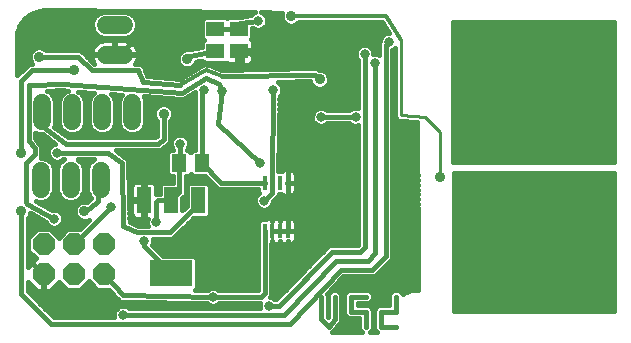
<source format=gbl>
G75*
%MOIN*%
%OFA0B0*%
%FSLAX24Y24*%
%IPPOS*%
%LPD*%
%AMOC8*
5,1,8,0,0,1.08239X$1,22.5*
%
%ADD10C,0.0100*%
%ADD11OC8,0.0740*%
%ADD12R,0.0480X0.0880*%
%ADD13R,0.1417X0.0866*%
%ADD14R,0.0591X0.0512*%
%ADD15R,0.0177X0.0512*%
%ADD16R,0.0512X0.0591*%
%ADD17C,0.3543*%
%ADD18C,0.0600*%
%ADD19C,0.0160*%
%ADD20C,0.0317*%
%ADD21C,0.0356*%
%ADD22C,0.0120*%
%ADD23C,0.0277*%
D10*
X009868Y003459D02*
X010218Y003109D01*
X010218Y002159D01*
X010318Y002059D01*
X010918Y002059D01*
X012518Y002780D02*
X012540Y003752D01*
X012518Y002780D02*
X012668Y002509D01*
X018568Y002523D02*
X023968Y002523D01*
X023968Y002425D02*
X018568Y002425D01*
X018568Y002326D02*
X023968Y002326D01*
X023968Y002228D02*
X018568Y002228D01*
X018568Y002129D02*
X023968Y002129D01*
X023968Y002031D02*
X018568Y002031D01*
X018568Y001932D02*
X023968Y001932D01*
X023968Y001834D02*
X018568Y001834D01*
X018568Y001735D02*
X023968Y001735D01*
X023968Y001637D02*
X018568Y001637D01*
X018568Y001538D02*
X023968Y001538D01*
X023968Y001440D02*
X018568Y001440D01*
X018568Y001341D02*
X023968Y001341D01*
X023968Y001243D02*
X018568Y001243D01*
X018568Y001144D02*
X023968Y001144D01*
X023968Y001059D02*
X018568Y001059D01*
X018568Y005709D01*
X023968Y005709D01*
X023968Y001059D01*
X023968Y002622D02*
X018568Y002622D01*
X018568Y002720D02*
X023968Y002720D01*
X023968Y002819D02*
X018568Y002819D01*
X018568Y002917D02*
X023968Y002917D01*
X023968Y003016D02*
X018568Y003016D01*
X018568Y003114D02*
X023968Y003114D01*
X023968Y003213D02*
X018568Y003213D01*
X018568Y003311D02*
X023968Y003311D01*
X023968Y003410D02*
X018568Y003410D01*
X018568Y003508D02*
X023968Y003508D01*
X023968Y003607D02*
X018568Y003607D01*
X018568Y003705D02*
X023968Y003705D01*
X023968Y003804D02*
X018568Y003804D01*
X018568Y003902D02*
X023968Y003902D01*
X023968Y004001D02*
X018568Y004001D01*
X018568Y004099D02*
X023968Y004099D01*
X023968Y004198D02*
X018568Y004198D01*
X018568Y004296D02*
X023968Y004296D01*
X023968Y004395D02*
X018568Y004395D01*
X018568Y004493D02*
X023968Y004493D01*
X023968Y004592D02*
X018568Y004592D01*
X018568Y004690D02*
X023968Y004690D01*
X023968Y004789D02*
X018568Y004789D01*
X018568Y004887D02*
X023968Y004887D01*
X023968Y004986D02*
X018568Y004986D01*
X018568Y005084D02*
X023968Y005084D01*
X023968Y005183D02*
X018568Y005183D01*
X018568Y005281D02*
X023968Y005281D01*
X023968Y005380D02*
X018568Y005380D01*
X018568Y005478D02*
X023968Y005478D01*
X023968Y005577D02*
X018568Y005577D01*
X018568Y005675D02*
X023968Y005675D01*
X023968Y006009D02*
X018518Y006009D01*
X018518Y010759D01*
X023968Y010759D01*
X023968Y006009D01*
X023968Y006069D02*
X018518Y006069D01*
X018518Y006168D02*
X023968Y006168D01*
X023968Y006266D02*
X018518Y006266D01*
X018518Y006365D02*
X023968Y006365D01*
X023968Y006463D02*
X018518Y006463D01*
X018518Y006562D02*
X023968Y006562D01*
X023968Y006660D02*
X018518Y006660D01*
X018518Y006759D02*
X023968Y006759D01*
X023968Y006857D02*
X018518Y006857D01*
X018518Y006956D02*
X023968Y006956D01*
X023968Y007054D02*
X018518Y007054D01*
X018518Y007153D02*
X023968Y007153D01*
X023968Y007251D02*
X018518Y007251D01*
X018518Y007350D02*
X023968Y007350D01*
X023968Y007448D02*
X018518Y007448D01*
X018518Y007547D02*
X023968Y007547D01*
X023968Y007645D02*
X018518Y007645D01*
X018518Y007744D02*
X023968Y007744D01*
X023968Y007842D02*
X018518Y007842D01*
X018518Y007941D02*
X023968Y007941D01*
X023968Y008039D02*
X018518Y008039D01*
X018518Y008138D02*
X023968Y008138D01*
X023968Y008236D02*
X018518Y008236D01*
X018518Y008335D02*
X023968Y008335D01*
X023968Y008433D02*
X018518Y008433D01*
X018518Y008532D02*
X023968Y008532D01*
X023968Y008630D02*
X018518Y008630D01*
X018518Y008729D02*
X023968Y008729D01*
X023968Y008827D02*
X018518Y008827D01*
X018518Y008926D02*
X023968Y008926D01*
X023968Y009024D02*
X018518Y009024D01*
X018518Y009123D02*
X023968Y009123D01*
X023968Y009221D02*
X018518Y009221D01*
X018518Y009320D02*
X023968Y009320D01*
X023968Y009418D02*
X018518Y009418D01*
X018518Y009517D02*
X023968Y009517D01*
X023968Y009615D02*
X018518Y009615D01*
X018518Y009714D02*
X023968Y009714D01*
X023968Y009812D02*
X018518Y009812D01*
X018518Y009911D02*
X023968Y009911D01*
X023968Y010009D02*
X018518Y010009D01*
X018518Y010108D02*
X023968Y010108D01*
X023968Y010206D02*
X018518Y010206D01*
X018518Y010305D02*
X023968Y010305D01*
X023968Y010403D02*
X018518Y010403D01*
X018518Y010502D02*
X023968Y010502D01*
X023968Y010600D02*
X018518Y010600D01*
X018518Y010699D02*
X023968Y010699D01*
X018118Y007059D02*
X017618Y007559D01*
X016818Y007609D01*
X016818Y010109D01*
X018118Y007059D02*
X018118Y005559D01*
D11*
X006918Y003309D03*
X005918Y003309D03*
X004918Y003309D03*
X004918Y002309D03*
X005918Y002309D03*
X006918Y002309D03*
D12*
X008258Y004779D03*
X009168Y004779D03*
X010078Y004779D03*
D13*
X009168Y002339D03*
D14*
X010637Y009735D03*
X011429Y009735D03*
X011429Y010483D03*
X010637Y010483D03*
D15*
X012284Y005366D03*
X012540Y005366D03*
X012796Y005366D03*
X013052Y005366D03*
X013052Y003752D03*
X012796Y003752D03*
X012540Y003752D03*
X012284Y003752D03*
D16*
X010192Y006009D03*
X009444Y006009D03*
D17*
X021466Y008819D03*
X021466Y002913D03*
D18*
X007868Y007409D02*
X007868Y008009D01*
X006868Y008009D02*
X006868Y007409D01*
X005868Y007409D02*
X005868Y008009D01*
X004868Y008009D02*
X004868Y007409D01*
X004818Y005759D02*
X004818Y005159D01*
X005818Y005159D02*
X005818Y005759D01*
X006818Y005759D02*
X006818Y005159D01*
X006989Y009625D02*
X007589Y009625D01*
X007589Y010625D02*
X006989Y010625D01*
D19*
X004168Y004409D02*
X004168Y001659D01*
X005168Y000659D01*
X013118Y000659D01*
X014818Y002459D01*
X015868Y002459D01*
X016318Y002909D01*
X016318Y009959D01*
X016418Y010059D01*
X016119Y010071D02*
X016098Y010050D01*
X016098Y009628D01*
X016027Y009657D01*
X015916Y009657D01*
X015916Y009718D01*
X015871Y009828D01*
X015787Y009912D01*
X015677Y009957D01*
X015559Y009957D01*
X015449Y009912D01*
X015365Y009828D01*
X015319Y009718D01*
X015319Y009599D01*
X015365Y009490D01*
X015398Y009457D01*
X015398Y007849D01*
X015377Y007857D01*
X015259Y007857D01*
X015149Y007812D01*
X015116Y007779D01*
X014370Y007779D01*
X014337Y007812D01*
X014227Y007857D01*
X014109Y007857D01*
X013999Y007812D01*
X013915Y007728D01*
X013869Y007618D01*
X013869Y007499D01*
X013915Y007390D01*
X013999Y007306D01*
X014109Y007260D01*
X014227Y007260D01*
X014337Y007306D01*
X014370Y007339D01*
X015116Y007339D01*
X015149Y007306D01*
X015259Y007260D01*
X015377Y007260D01*
X015398Y007269D01*
X015398Y003300D01*
X015377Y003279D01*
X014607Y003279D01*
X014606Y003280D01*
X014516Y003279D01*
X014427Y003279D01*
X014425Y003277D01*
X014424Y003277D01*
X014361Y003213D01*
X014298Y003150D01*
X014298Y003148D01*
X012675Y001479D01*
X012620Y001479D01*
X012587Y001512D01*
X012477Y001557D01*
X012504Y001584D01*
X012504Y003316D01*
X012540Y003316D01*
X012652Y003316D01*
X012668Y003320D01*
X012684Y003316D01*
X012796Y003316D01*
X012908Y003316D01*
X012924Y003320D01*
X012939Y003316D01*
X013052Y003316D01*
X013164Y003316D01*
X013210Y003328D01*
X013251Y003352D01*
X013284Y003385D01*
X013308Y003426D01*
X013320Y003472D01*
X013320Y003752D01*
X013320Y004031D01*
X013308Y004077D01*
X013284Y004118D01*
X013251Y004152D01*
X013210Y004175D01*
X013164Y004188D01*
X013052Y004188D01*
X013052Y004078D01*
X013052Y004188D01*
X012939Y004188D01*
X012924Y004183D01*
X012908Y004188D01*
X012796Y004188D01*
X012796Y004078D01*
X012796Y004078D01*
X012796Y004188D01*
X012684Y004188D01*
X012668Y004183D01*
X012652Y004188D01*
X012540Y004188D01*
X012540Y004078D01*
X012540Y004078D01*
X012540Y004188D01*
X012428Y004188D01*
X012382Y004175D01*
X012341Y004152D01*
X012337Y004148D01*
X012137Y004148D01*
X012055Y004066D01*
X012055Y003438D01*
X012064Y003429D01*
X012064Y001779D01*
X010770Y001779D01*
X010737Y001812D01*
X010627Y001857D01*
X010509Y001857D01*
X010399Y001812D01*
X010369Y001782D01*
X009958Y001789D01*
X010017Y001848D01*
X010017Y002830D01*
X009935Y002912D01*
X008906Y002912D01*
X008538Y003280D01*
X008566Y003349D01*
X008566Y003468D01*
X008558Y003489D01*
X009209Y003489D01*
X009919Y004199D01*
X010376Y004199D01*
X010458Y004281D01*
X010458Y005277D01*
X010376Y005359D01*
X009780Y005359D01*
X009698Y005277D01*
X009698Y004600D01*
X009548Y004450D01*
X009548Y004848D01*
X009664Y004964D01*
X009664Y005573D01*
X009758Y005573D01*
X009818Y005634D01*
X009878Y005573D01*
X010316Y005573D01*
X010615Y005275D01*
X010744Y005146D01*
X012055Y005146D01*
X012055Y005052D01*
X012097Y005010D01*
X012015Y004928D01*
X011969Y004818D01*
X011969Y004699D01*
X012015Y004590D01*
X012099Y004506D01*
X012209Y004460D01*
X012327Y004460D01*
X012437Y004506D01*
X012521Y004590D01*
X012566Y004699D01*
X012566Y004746D01*
X012631Y004811D01*
X012760Y004940D01*
X012760Y004970D01*
X012849Y004970D01*
X012853Y004966D01*
X012894Y004942D01*
X012939Y004930D01*
X013052Y004930D01*
X013164Y004930D01*
X013210Y004942D01*
X013251Y004966D01*
X013284Y004999D01*
X013308Y005040D01*
X013320Y005086D01*
X013320Y005366D01*
X013320Y005645D01*
X013308Y005691D01*
X013284Y005732D01*
X013251Y005766D01*
X013210Y005789D01*
X013164Y005802D01*
X013052Y005802D01*
X013052Y005366D01*
X013320Y005366D01*
X013052Y005366D01*
X013052Y005366D01*
X013052Y005366D01*
X013052Y005802D01*
X012939Y005802D01*
X012894Y005789D01*
X012853Y005766D01*
X012849Y005762D01*
X012744Y005762D01*
X012785Y008253D01*
X012821Y008290D01*
X012866Y008399D01*
X012866Y008518D01*
X012821Y008628D01*
X012737Y008712D01*
X012720Y008719D01*
X013804Y008736D01*
X013848Y008629D01*
X013938Y008539D01*
X014055Y008491D01*
X014181Y008491D01*
X014298Y008539D01*
X014388Y008629D01*
X014436Y008745D01*
X014436Y008872D01*
X014388Y008989D01*
X014298Y009078D01*
X014181Y009127D01*
X014111Y009127D01*
X014059Y009179D01*
X014057Y009179D01*
X014055Y009180D01*
X013966Y009179D01*
X013877Y009179D01*
X013875Y009177D01*
X010849Y009128D01*
X010454Y009272D01*
X010448Y009282D01*
X010377Y009300D01*
X010308Y009325D01*
X010298Y009320D01*
X010288Y009323D01*
X010225Y009286D01*
X010158Y009255D01*
X010155Y009245D01*
X009451Y008831D01*
X008375Y008917D01*
X008288Y009149D01*
X008288Y009200D01*
X008257Y009231D01*
X008242Y009271D01*
X008195Y009292D01*
X008159Y009329D01*
X008116Y009329D01*
X008076Y009347D01*
X008028Y009329D01*
X007967Y009329D01*
X008000Y009373D01*
X008034Y009441D01*
X008057Y009512D01*
X008069Y009587D01*
X008069Y009605D01*
X007309Y009605D01*
X007309Y009645D01*
X007269Y009645D01*
X007269Y009605D01*
X006509Y009605D01*
X006509Y009587D01*
X006521Y009512D01*
X006544Y009441D01*
X006579Y009373D01*
X006611Y009329D01*
X006609Y009329D01*
X006288Y009650D01*
X006159Y009779D01*
X004998Y009779D01*
X004948Y009828D01*
X004831Y009877D01*
X004705Y009877D01*
X004588Y009828D01*
X004498Y009739D01*
X004450Y009622D01*
X004450Y009495D01*
X004498Y009379D01*
X004548Y009329D01*
X004427Y009329D01*
X004077Y008979D01*
X004048Y008950D01*
X004048Y010388D01*
X004057Y010429D01*
X004110Y010568D01*
X004184Y010698D01*
X004278Y010815D01*
X004389Y010915D01*
X004514Y010997D01*
X004651Y011059D01*
X004795Y011098D01*
X004944Y011114D01*
X011973Y011043D01*
X011899Y011012D01*
X011833Y010946D01*
X011492Y010895D01*
X011448Y010906D01*
X011405Y010881D01*
X011386Y010879D01*
X011076Y010879D01*
X011033Y010836D01*
X010990Y010879D01*
X010284Y010879D01*
X010202Y010797D01*
X010202Y010169D01*
X010262Y010109D01*
X010202Y010049D01*
X010202Y009880D01*
X009786Y009806D01*
X009771Y009812D01*
X009645Y009812D01*
X009528Y009763D01*
X009438Y009674D01*
X009390Y009557D01*
X009390Y009430D01*
X009438Y009314D01*
X009528Y009224D01*
X009645Y009176D01*
X009771Y009176D01*
X009888Y009224D01*
X009978Y009314D01*
X010013Y009400D01*
X010202Y009433D01*
X010202Y009421D01*
X010284Y009339D01*
X010990Y009339D01*
X011005Y009354D01*
X011024Y009335D01*
X011065Y009311D01*
X011110Y009299D01*
X011381Y009299D01*
X011381Y009687D01*
X011477Y009687D01*
X011477Y009299D01*
X011748Y009299D01*
X011794Y009311D01*
X011835Y009335D01*
X011869Y009368D01*
X011892Y009409D01*
X011905Y009455D01*
X011905Y009687D01*
X011477Y009687D01*
X011477Y009783D01*
X011905Y009783D01*
X011905Y010014D01*
X011892Y010060D01*
X011869Y010101D01*
X011835Y010135D01*
X011832Y010136D01*
X011865Y010169D01*
X011865Y010506D01*
X011894Y010510D01*
X011899Y010506D01*
X012009Y010460D01*
X012127Y010460D01*
X012237Y010506D01*
X012321Y010590D01*
X012366Y010699D01*
X012366Y010818D01*
X012321Y010928D01*
X012237Y011012D01*
X012167Y011041D01*
X012875Y011033D01*
X012850Y010972D01*
X012850Y010845D01*
X012898Y010729D01*
X012988Y010639D01*
X013105Y010591D01*
X013231Y010591D01*
X013348Y010639D01*
X013418Y010709D01*
X016207Y010709D01*
X016427Y010357D01*
X016359Y010357D01*
X016249Y010312D01*
X016165Y010228D01*
X016119Y010118D01*
X016119Y010071D01*
X016098Y010041D02*
X011897Y010041D01*
X011865Y010200D02*
X016153Y010200D01*
X016426Y010358D02*
X011865Y010358D01*
X011429Y010483D02*
X010637Y010483D01*
X010202Y010517D02*
X008021Y010517D01*
X008029Y010537D02*
X008029Y010712D01*
X007962Y010874D01*
X007838Y010998D01*
X007677Y011065D01*
X006902Y011065D01*
X006740Y010998D01*
X006616Y010874D01*
X006549Y010712D01*
X006549Y010537D01*
X006616Y010376D01*
X006740Y010252D01*
X006902Y010185D01*
X007677Y010185D01*
X007838Y010252D01*
X007962Y010376D01*
X008029Y010537D01*
X008029Y010675D02*
X010202Y010675D01*
X010239Y010834D02*
X007979Y010834D01*
X007844Y010992D02*
X011879Y010992D01*
X012256Y010992D02*
X012858Y010992D01*
X012855Y010834D02*
X012360Y010834D01*
X012356Y010675D02*
X012951Y010675D01*
X013384Y010675D02*
X016228Y010675D01*
X016327Y010517D02*
X012248Y010517D01*
X012068Y010759D02*
X011479Y010670D01*
X011429Y010483D01*
X011905Y009883D02*
X015420Y009883D01*
X015322Y009724D02*
X011477Y009724D01*
X011429Y009735D02*
X011429Y009597D01*
X011518Y009509D01*
X011518Y009409D01*
X011418Y009309D01*
X011381Y009407D02*
X011477Y009407D01*
X011477Y009566D02*
X011381Y009566D01*
X011429Y009735D02*
X012768Y009459D01*
X011905Y009566D02*
X015333Y009566D01*
X015618Y009659D02*
X015618Y003209D01*
X015468Y003059D01*
X014518Y003059D01*
X012768Y001259D01*
X012418Y001259D01*
X012128Y001339D02*
X012119Y001318D01*
X012119Y001199D01*
X012128Y001179D01*
X007770Y001179D01*
X007737Y001212D01*
X007627Y001257D01*
X007509Y001257D01*
X007399Y001212D01*
X007315Y001128D01*
X007269Y001018D01*
X007269Y000899D01*
X007278Y000879D01*
X005259Y000879D01*
X004388Y001750D01*
X004388Y002061D01*
X004690Y001759D01*
X004898Y001759D01*
X004898Y002289D01*
X004938Y002289D01*
X004938Y001759D01*
X005146Y001759D01*
X005446Y002059D01*
X005707Y001799D01*
X006129Y001799D01*
X006418Y002087D01*
X006707Y001799D01*
X007091Y001799D01*
X007346Y001524D01*
X007346Y001521D01*
X007408Y001457D01*
X007469Y001392D01*
X007471Y001392D01*
X007473Y001390D01*
X007562Y001389D01*
X007651Y001386D01*
X007653Y001387D01*
X010362Y001342D01*
X010399Y001306D01*
X010509Y001260D01*
X010627Y001260D01*
X010737Y001306D01*
X010770Y001339D01*
X012128Y001339D01*
X012122Y001324D02*
X010755Y001324D01*
X010568Y001559D02*
X012168Y001559D01*
X012284Y001675D01*
X012284Y003752D01*
X012055Y003701D02*
X009422Y003701D01*
X009580Y003860D02*
X012055Y003860D01*
X012055Y004018D02*
X009739Y004018D01*
X009897Y004177D02*
X012387Y004177D01*
X012540Y004177D02*
X012540Y004177D01*
X012796Y004177D02*
X012796Y004177D01*
X012796Y004078D02*
X012796Y004078D01*
X013052Y004078D02*
X013052Y004078D01*
X013052Y004177D02*
X013052Y004177D01*
X013204Y004177D02*
X015398Y004177D01*
X015398Y004335D02*
X010458Y004335D01*
X010458Y004494D02*
X012128Y004494D01*
X011989Y004652D02*
X010458Y004652D01*
X010458Y004811D02*
X011969Y004811D01*
X012268Y004759D02*
X012540Y005031D01*
X012540Y005366D01*
X012518Y005388D01*
X012568Y008459D01*
X012826Y008615D02*
X013862Y008615D01*
X014118Y008809D02*
X013968Y008959D01*
X010868Y008909D01*
X010768Y008659D02*
X010868Y008409D01*
X010718Y007309D01*
X012118Y006009D01*
X012747Y005920D02*
X015398Y005920D01*
X015398Y006079D02*
X012749Y006079D01*
X012752Y006237D02*
X015398Y006237D01*
X015398Y006396D02*
X012754Y006396D01*
X012757Y006554D02*
X015398Y006554D01*
X015398Y006713D02*
X012760Y006713D01*
X012762Y006871D02*
X015398Y006871D01*
X015398Y007030D02*
X012765Y007030D01*
X012767Y007188D02*
X015398Y007188D01*
X015318Y007559D02*
X014168Y007559D01*
X013888Y007664D02*
X012775Y007664D01*
X012772Y007505D02*
X013869Y007505D01*
X013958Y007347D02*
X012770Y007347D01*
X012778Y007822D02*
X014024Y007822D01*
X014312Y007822D02*
X015174Y007822D01*
X015398Y007981D02*
X012780Y007981D01*
X012783Y008139D02*
X015398Y008139D01*
X015398Y008298D02*
X012824Y008298D01*
X012866Y008456D02*
X015398Y008456D01*
X015398Y008615D02*
X014374Y008615D01*
X014436Y008773D02*
X015398Y008773D01*
X015398Y008932D02*
X014411Y008932D01*
X014269Y009090D02*
X015398Y009090D01*
X015398Y009249D02*
X010518Y009249D01*
X010215Y009407D02*
X010056Y009407D01*
X010118Y009309D02*
X009518Y008909D01*
X009218Y009309D01*
X008718Y009309D01*
X008518Y009509D01*
X008518Y010609D01*
X008618Y010709D01*
X009018Y010709D01*
X009018Y010609D01*
X008218Y010409D02*
X007434Y009625D01*
X007289Y009625D01*
X007269Y009645D02*
X006509Y009645D01*
X006509Y009663D01*
X006521Y009737D01*
X006544Y009809D01*
X006579Y009876D01*
X006623Y009938D01*
X006676Y009991D01*
X006738Y010035D01*
X006805Y010070D01*
X006877Y010093D01*
X006951Y010105D01*
X007269Y010105D01*
X007269Y009645D01*
X007309Y009645D02*
X007309Y010105D01*
X007627Y010105D01*
X007702Y010093D01*
X007773Y010070D01*
X007841Y010035D01*
X007902Y009991D01*
X007955Y009938D01*
X008000Y009876D01*
X008034Y009809D01*
X008057Y009737D01*
X008069Y009663D01*
X008069Y009645D01*
X007309Y009645D01*
X007309Y009724D02*
X007269Y009724D01*
X007269Y009883D02*
X007309Y009883D01*
X007309Y010041D02*
X007269Y010041D01*
X006866Y010200D02*
X004048Y010200D01*
X004048Y010358D02*
X006634Y010358D01*
X006558Y010517D02*
X004090Y010517D01*
X004171Y010675D02*
X006549Y010675D01*
X006599Y010834D02*
X004299Y010834D01*
X004507Y010992D02*
X006734Y010992D01*
X007945Y010358D02*
X010202Y010358D01*
X010202Y010200D02*
X007713Y010200D01*
X007829Y010041D02*
X010202Y010041D01*
X010202Y009883D02*
X007995Y009883D01*
X008059Y009724D02*
X009489Y009724D01*
X009394Y009566D02*
X008066Y009566D01*
X008017Y009407D02*
X009400Y009407D01*
X009503Y009249D02*
X008250Y009249D01*
X008068Y009109D02*
X008218Y008709D01*
X009468Y008609D01*
X009518Y008359D02*
X010318Y008859D01*
X010768Y008659D01*
X010268Y008459D02*
X010192Y008333D01*
X010192Y006009D01*
X010835Y005366D01*
X012284Y005366D01*
X012055Y005128D02*
X010458Y005128D01*
X010448Y005286D02*
X010603Y005286D01*
X010445Y005445D02*
X009664Y005445D01*
X009788Y005603D02*
X009848Y005603D01*
X009224Y005573D02*
X009224Y005359D01*
X008870Y005359D01*
X008788Y005277D01*
X008788Y004999D01*
X008678Y004999D01*
X008678Y005242D01*
X008666Y005288D01*
X008642Y005329D01*
X008608Y005363D01*
X008567Y005386D01*
X008522Y005399D01*
X008298Y005399D01*
X008298Y004819D01*
X008218Y004819D01*
X008218Y005399D01*
X007994Y005399D01*
X007948Y005386D01*
X007907Y005363D01*
X007874Y005329D01*
X007850Y005288D01*
X007838Y005242D01*
X007838Y004819D01*
X008218Y004819D01*
X008218Y004739D01*
X007838Y004739D01*
X007838Y004315D01*
X007850Y004269D01*
X007874Y004228D01*
X007907Y004195D01*
X007948Y004171D01*
X007994Y004159D01*
X008218Y004159D01*
X008218Y004739D01*
X008298Y004739D01*
X008298Y004159D01*
X008386Y004159D01*
X008369Y004118D01*
X008369Y003999D01*
X008399Y003929D01*
X008065Y003929D01*
X007785Y004053D01*
X007748Y005938D01*
X007756Y005949D01*
X007747Y006023D01*
X007749Y006098D01*
X007745Y006102D01*
X007745Y006107D01*
X007735Y006117D01*
X007733Y006130D01*
X007674Y006176D01*
X007623Y006230D01*
X007617Y006230D01*
X007613Y006234D01*
X007600Y006233D01*
X007335Y006439D01*
X008702Y006439D01*
X008777Y006428D01*
X008791Y006439D01*
X008809Y006439D01*
X008862Y006492D01*
X008991Y006589D01*
X009009Y006589D01*
X009062Y006642D01*
X009123Y006687D01*
X009125Y006705D01*
X009138Y006718D01*
X009138Y006793D01*
X009149Y006868D01*
X009138Y006882D01*
X009138Y007429D01*
X009188Y007479D01*
X009236Y007595D01*
X009236Y007722D01*
X009188Y007839D01*
X009098Y007928D01*
X008981Y007977D01*
X008855Y007977D01*
X008738Y007928D01*
X008648Y007839D01*
X008600Y007722D01*
X008600Y007595D01*
X008648Y007479D01*
X008698Y007429D01*
X008698Y006919D01*
X008645Y006879D01*
X005741Y006879D01*
X005271Y007232D01*
X005308Y007321D01*
X005308Y008096D01*
X005241Y008258D01*
X005117Y008382D01*
X005036Y008415D01*
X005564Y008438D01*
X005726Y008426D01*
X005619Y008382D01*
X005495Y008258D01*
X005428Y008096D01*
X005428Y007321D01*
X005495Y007159D01*
X005619Y007036D01*
X005780Y006969D01*
X005955Y006969D01*
X006117Y007036D01*
X006241Y007159D01*
X006308Y007321D01*
X006308Y008096D01*
X006241Y008258D01*
X006117Y008382D01*
X006074Y008400D01*
X006597Y008360D01*
X006495Y008258D01*
X006428Y008096D01*
X006428Y007321D01*
X006495Y007159D01*
X006619Y007036D01*
X006780Y006969D01*
X006955Y006969D01*
X007117Y007036D01*
X007241Y007159D01*
X007308Y007321D01*
X007308Y008096D01*
X007241Y008258D01*
X007183Y008315D01*
X007526Y008289D01*
X007495Y008258D01*
X007428Y008096D01*
X007428Y007321D01*
X007495Y007159D01*
X007619Y007036D01*
X007780Y006969D01*
X007955Y006969D01*
X008117Y007036D01*
X008241Y007159D01*
X008308Y007321D01*
X008308Y008096D01*
X008251Y008234D01*
X009485Y008141D01*
X009557Y008124D01*
X009573Y008134D01*
X009592Y008132D01*
X009649Y008181D01*
X009961Y008376D01*
X009956Y008368D01*
X009972Y008306D01*
X009972Y006444D01*
X009878Y006444D01*
X009818Y006384D01*
X009758Y006444D01*
X009688Y006444D01*
X009688Y006457D01*
X009721Y006490D01*
X009766Y006599D01*
X009766Y006718D01*
X009721Y006828D01*
X009637Y006912D01*
X009527Y006957D01*
X009409Y006957D01*
X009299Y006912D01*
X009215Y006828D01*
X009169Y006718D01*
X009169Y006599D01*
X009215Y006490D01*
X009248Y006457D01*
X009248Y006444D01*
X009130Y006444D01*
X009048Y006362D01*
X009048Y005655D01*
X009130Y005573D01*
X009224Y005573D01*
X009100Y005603D02*
X007755Y005603D01*
X007758Y005445D02*
X009224Y005445D01*
X009048Y005762D02*
X007752Y005762D01*
X007518Y005652D02*
X007527Y006012D01*
X007080Y006359D01*
X005368Y006359D01*
X005095Y006237D02*
X004838Y006237D01*
X004838Y006218D02*
X004838Y006497D01*
X004847Y006575D01*
X004838Y006586D01*
X004838Y006600D01*
X004782Y006656D01*
X004638Y006836D01*
X004638Y007028D01*
X004780Y006969D01*
X004888Y006969D01*
X005305Y006656D01*
X005199Y006612D01*
X005115Y006528D01*
X005069Y006418D01*
X005069Y006299D01*
X005115Y006190D01*
X005199Y006106D01*
X005309Y006060D01*
X005427Y006060D01*
X005537Y006106D01*
X005570Y006139D01*
X005586Y006139D01*
X005569Y006132D01*
X005445Y006008D01*
X005378Y005846D01*
X005378Y005071D01*
X005445Y004909D01*
X005569Y004786D01*
X005730Y004719D01*
X005905Y004719D01*
X006067Y004786D01*
X006191Y004909D01*
X006258Y005071D01*
X006258Y005846D01*
X006191Y006008D01*
X006067Y006132D01*
X006050Y006139D01*
X006586Y006139D01*
X006569Y006132D01*
X006445Y006008D01*
X006378Y005846D01*
X006378Y005071D01*
X006445Y004909D01*
X006498Y004856D01*
X006498Y004850D01*
X006362Y004714D01*
X006331Y004727D01*
X006205Y004727D01*
X006088Y004678D01*
X005998Y004589D01*
X005950Y004472D01*
X005950Y004345D01*
X005998Y004229D01*
X006088Y004139D01*
X006205Y004091D01*
X006331Y004091D01*
X006429Y004131D01*
X006117Y003819D01*
X005707Y003819D01*
X005418Y003530D01*
X005129Y003819D01*
X004707Y003819D01*
X004408Y003520D01*
X004408Y003097D01*
X004668Y002837D01*
X004388Y002557D01*
X004388Y004179D01*
X004438Y004229D01*
X004485Y004342D01*
X004984Y004065D01*
X005015Y003990D01*
X005099Y003906D01*
X005209Y003860D01*
X005327Y003860D01*
X005437Y003906D01*
X005521Y003990D01*
X005566Y004099D01*
X005566Y004218D01*
X005521Y004328D01*
X005437Y004412D01*
X005327Y004457D01*
X005209Y004457D01*
X005194Y004451D01*
X004662Y004747D01*
X004730Y004719D01*
X004905Y004719D01*
X005067Y004786D01*
X005191Y004909D01*
X005258Y005071D01*
X005258Y005846D01*
X005191Y006008D01*
X005067Y006132D01*
X004905Y006199D01*
X004819Y006199D01*
X004838Y006218D01*
X004618Y006309D02*
X004618Y006509D01*
X004418Y006759D01*
X004418Y008609D01*
X005568Y008659D01*
X009518Y008359D01*
X009835Y008298D02*
X009972Y008298D01*
X009972Y008139D02*
X009600Y008139D01*
X009491Y008139D02*
X008290Y008139D01*
X008308Y007981D02*
X009972Y007981D01*
X009972Y007822D02*
X009194Y007822D01*
X009236Y007664D02*
X009972Y007664D01*
X009972Y007505D02*
X009199Y007505D01*
X009138Y007347D02*
X009972Y007347D01*
X009972Y007188D02*
X009138Y007188D01*
X009138Y007030D02*
X009972Y007030D01*
X009972Y006871D02*
X009677Y006871D01*
X009258Y006871D02*
X009146Y006871D01*
X008918Y006809D02*
X008718Y006659D01*
X005668Y006659D01*
X004868Y007259D01*
X004868Y007709D01*
X005308Y007664D02*
X005428Y007664D01*
X005428Y007505D02*
X005308Y007505D01*
X005308Y007347D02*
X005428Y007347D01*
X005483Y007188D02*
X005329Y007188D01*
X005540Y007030D02*
X005633Y007030D01*
X006103Y007030D02*
X006633Y007030D01*
X006483Y007188D02*
X006253Y007188D01*
X006308Y007347D02*
X006428Y007347D01*
X006428Y007505D02*
X006308Y007505D01*
X006308Y007664D02*
X006428Y007664D01*
X006428Y007822D02*
X006308Y007822D01*
X006308Y007981D02*
X006428Y007981D01*
X006446Y008139D02*
X006290Y008139D01*
X006201Y008298D02*
X006535Y008298D01*
X007201Y008298D02*
X007416Y008298D01*
X007446Y008139D02*
X007290Y008139D01*
X007308Y007981D02*
X007428Y007981D01*
X007428Y007822D02*
X007308Y007822D01*
X007308Y007664D02*
X007428Y007664D01*
X007428Y007505D02*
X007308Y007505D01*
X007308Y007347D02*
X007428Y007347D01*
X007483Y007188D02*
X007253Y007188D01*
X007103Y007030D02*
X007633Y007030D01*
X008103Y007030D02*
X008698Y007030D01*
X008698Y007188D02*
X008253Y007188D01*
X008308Y007347D02*
X008698Y007347D01*
X008637Y007505D02*
X008308Y007505D01*
X008308Y007664D02*
X008600Y007664D01*
X008918Y007659D02*
X008918Y006809D01*
X009133Y006713D02*
X009169Y006713D01*
X009188Y006554D02*
X008945Y006554D01*
X009082Y006396D02*
X007391Y006396D01*
X007595Y006237D02*
X009048Y006237D01*
X009048Y006079D02*
X007748Y006079D01*
X007748Y005920D02*
X009048Y005920D01*
X009444Y006009D02*
X009444Y005055D01*
X009168Y004779D01*
X008738Y004779D01*
X008668Y004709D01*
X008668Y004059D01*
X008369Y004018D02*
X007863Y004018D01*
X007938Y004177D02*
X007783Y004177D01*
X007780Y004335D02*
X007838Y004335D01*
X008218Y004335D02*
X008298Y004335D01*
X008298Y004177D02*
X008218Y004177D01*
X008258Y004099D02*
X008218Y004059D01*
X008258Y004099D02*
X008258Y004779D01*
X008218Y004811D02*
X007770Y004811D01*
X007773Y004652D02*
X007838Y004652D01*
X007838Y004494D02*
X007776Y004494D01*
X008218Y004494D02*
X008298Y004494D01*
X008298Y004652D02*
X008218Y004652D01*
X008218Y004969D02*
X008298Y004969D01*
X008298Y005128D02*
X008218Y005128D01*
X008218Y005286D02*
X008298Y005286D01*
X008666Y005286D02*
X008797Y005286D01*
X008788Y005128D02*
X008678Y005128D01*
X007838Y005128D02*
X007764Y005128D01*
X007761Y005286D02*
X007850Y005286D01*
X007838Y004969D02*
X007767Y004969D01*
X007168Y004559D02*
X005918Y003309D01*
X005431Y003543D02*
X005405Y003543D01*
X005418Y003759D02*
X004818Y003959D01*
X004418Y003759D01*
X004388Y003701D02*
X004589Y003701D01*
X004431Y003543D02*
X004388Y003543D01*
X004388Y003384D02*
X004408Y003384D01*
X004408Y003226D02*
X004388Y003226D01*
X004388Y003067D02*
X004438Y003067D01*
X004388Y002909D02*
X004597Y002909D01*
X004582Y002750D02*
X004388Y002750D01*
X004418Y002759D02*
X004918Y002309D01*
X004898Y002275D02*
X004938Y002275D01*
X004938Y002116D02*
X004898Y002116D01*
X004898Y001958D02*
X004938Y001958D01*
X004938Y001799D02*
X004898Y001799D01*
X004650Y001799D02*
X004388Y001799D01*
X004388Y001958D02*
X004491Y001958D01*
X004497Y001641D02*
X007238Y001641D01*
X007384Y001482D02*
X004656Y001482D01*
X004814Y001324D02*
X010381Y001324D01*
X010568Y001559D02*
X007568Y001609D01*
X006918Y002309D01*
X006548Y001958D02*
X006288Y001958D01*
X006130Y001799D02*
X006706Y001799D01*
X005706Y001799D02*
X005186Y001799D01*
X005345Y001958D02*
X005548Y001958D01*
X004423Y002592D02*
X004388Y002592D01*
X005247Y003701D02*
X005589Y003701D01*
X005418Y003759D02*
X005718Y004059D01*
X006018Y004059D01*
X006050Y004177D02*
X005566Y004177D01*
X005533Y004018D02*
X006316Y004018D01*
X006158Y003860D02*
X004388Y003860D01*
X004388Y004018D02*
X005003Y004018D01*
X004782Y004177D02*
X004388Y004177D01*
X004482Y004335D02*
X004497Y004335D01*
X004368Y004659D02*
X004318Y004709D01*
X004318Y006009D01*
X004618Y006309D01*
X004838Y006396D02*
X005069Y006396D01*
X005141Y006554D02*
X004844Y006554D01*
X004736Y006713D02*
X005229Y006713D01*
X005018Y006871D02*
X004638Y006871D01*
X004168Y006359D02*
X004168Y008759D01*
X004518Y009109D01*
X005918Y009109D01*
X006068Y009559D02*
X006518Y009109D01*
X008068Y009109D01*
X008310Y009090D02*
X009892Y009090D01*
X009623Y008932D02*
X008369Y008932D01*
X009708Y009494D02*
X009799Y009585D01*
X010637Y009735D01*
X010156Y009249D02*
X009913Y009249D01*
X011891Y009407D02*
X015398Y009407D01*
X015968Y009359D02*
X015968Y003009D01*
X015718Y002759D01*
X014668Y002759D01*
X012918Y000959D01*
X007568Y000959D01*
X007352Y001165D02*
X004973Y001165D01*
X005131Y001007D02*
X007269Y001007D01*
X009168Y002339D02*
X008268Y003239D01*
X008268Y003409D01*
X008566Y003384D02*
X012064Y003384D01*
X012064Y003226D02*
X008592Y003226D01*
X008750Y003067D02*
X012064Y003067D01*
X012064Y002909D02*
X009938Y002909D01*
X010017Y002750D02*
X012064Y002750D01*
X012064Y002592D02*
X010017Y002592D01*
X010017Y002433D02*
X012064Y002433D01*
X012064Y002275D02*
X010017Y002275D01*
X010017Y002116D02*
X012064Y002116D01*
X012064Y001958D02*
X010017Y001958D01*
X009968Y001799D02*
X010386Y001799D01*
X010749Y001799D02*
X012064Y001799D01*
X012504Y001799D02*
X012987Y001799D01*
X013141Y001958D02*
X012504Y001958D01*
X012504Y002116D02*
X013295Y002116D01*
X013449Y002275D02*
X012504Y002275D01*
X012504Y002433D02*
X013603Y002433D01*
X013757Y002592D02*
X012504Y002592D01*
X012504Y002750D02*
X013911Y002750D01*
X014065Y002909D02*
X012504Y002909D01*
X012504Y003067D02*
X014219Y003067D01*
X014373Y003226D02*
X012504Y003226D01*
X012540Y003316D02*
X012540Y003426D01*
X012540Y003426D01*
X012540Y003316D01*
X012540Y003384D02*
X012540Y003384D01*
X012796Y003384D02*
X012796Y003384D01*
X012796Y003426D02*
X012796Y003316D01*
X012796Y003426D01*
X012796Y003426D01*
X012796Y003426D01*
X013052Y003426D02*
X013052Y003316D01*
X013052Y003426D01*
X013052Y003426D01*
X013052Y003384D02*
X013052Y003384D01*
X013283Y003384D02*
X015398Y003384D01*
X015398Y003543D02*
X013320Y003543D01*
X013320Y003701D02*
X015398Y003701D01*
X015398Y003860D02*
X013320Y003860D01*
X013320Y003752D02*
X013052Y003752D01*
X013052Y003752D01*
X013825Y003752D01*
X014068Y003509D01*
X013320Y003752D02*
X013052Y003752D01*
X012796Y003752D01*
X013052Y003752D01*
X013052Y005366D01*
X013068Y005382D01*
X013068Y005809D01*
X013268Y006009D01*
X013318Y006009D01*
X013318Y008059D01*
X009972Y006713D02*
X009766Y006713D01*
X009748Y006554D02*
X009972Y006554D01*
X009830Y006396D02*
X009806Y006396D01*
X009468Y006659D02*
X009468Y006033D01*
X009444Y006009D01*
X009664Y005286D02*
X009707Y005286D01*
X009698Y005128D02*
X009664Y005128D01*
X009664Y004969D02*
X009698Y004969D01*
X009698Y004811D02*
X009548Y004811D01*
X009548Y004652D02*
X009698Y004652D01*
X009592Y004494D02*
X009548Y004494D01*
X009968Y004559D02*
X010018Y004559D01*
X010078Y004619D01*
X010078Y004779D01*
X009968Y004559D02*
X009118Y003709D01*
X008018Y003709D01*
X007568Y003909D01*
X007527Y006012D01*
X006818Y005459D02*
X006718Y005359D01*
X006718Y004759D01*
X006468Y004509D01*
X006268Y004409D01*
X005959Y004494D02*
X005118Y004494D01*
X005092Y004811D02*
X005544Y004811D01*
X005420Y004969D02*
X005216Y004969D01*
X005258Y005128D02*
X005378Y005128D01*
X005378Y005286D02*
X005258Y005286D01*
X005258Y005445D02*
X005378Y005445D01*
X005378Y005603D02*
X005258Y005603D01*
X005258Y005762D02*
X005378Y005762D01*
X005409Y005920D02*
X005227Y005920D01*
X005264Y006079D02*
X005120Y006079D01*
X005472Y006079D02*
X005516Y006079D01*
X006120Y006079D02*
X006516Y006079D01*
X006409Y005920D02*
X006227Y005920D01*
X006258Y005762D02*
X006378Y005762D01*
X006378Y005603D02*
X006258Y005603D01*
X006258Y005445D02*
X006378Y005445D01*
X006378Y005286D02*
X006258Y005286D01*
X006258Y005128D02*
X006378Y005128D01*
X006420Y004969D02*
X006216Y004969D01*
X006092Y004811D02*
X006459Y004811D01*
X006062Y004652D02*
X004833Y004652D01*
X004368Y004659D02*
X005268Y004159D01*
X005513Y004335D02*
X005954Y004335D01*
X009263Y003543D02*
X012055Y003543D01*
X012540Y003752D02*
X012796Y003752D01*
X012796Y003752D01*
X012796Y003752D01*
X012783Y003752D01*
X012540Y003752D01*
X012540Y003752D01*
X012796Y003752D01*
X013052Y003752D01*
X013052Y003752D01*
X013320Y004018D02*
X015398Y004018D01*
X015398Y004494D02*
X012408Y004494D01*
X012547Y004652D02*
X015398Y004652D01*
X015398Y004811D02*
X012631Y004811D01*
X013052Y004930D02*
X013052Y005366D01*
X013052Y004930D01*
X013052Y004969D02*
X013052Y004969D01*
X013052Y005128D02*
X013052Y005128D01*
X013052Y005286D02*
X013052Y005286D01*
X013052Y005366D02*
X013052Y005366D01*
X013052Y005366D01*
X013024Y005366D01*
X013024Y005366D01*
X013052Y005366D01*
X013052Y005445D02*
X013052Y005445D01*
X013052Y005603D02*
X013052Y005603D01*
X013052Y005762D02*
X013052Y005762D01*
X013255Y005762D02*
X015398Y005762D01*
X015398Y005603D02*
X013320Y005603D01*
X013320Y005445D02*
X015398Y005445D01*
X015398Y005286D02*
X013320Y005286D01*
X013320Y005128D02*
X015398Y005128D01*
X015398Y004969D02*
X013254Y004969D01*
X012849Y004969D02*
X012760Y004969D01*
X012056Y004969D02*
X010458Y004969D01*
X012744Y005762D02*
X012849Y005762D01*
X016538Y005762D02*
X017383Y005762D01*
X017384Y005603D02*
X016538Y005603D01*
X016538Y005445D02*
X017384Y005445D01*
X017385Y005286D02*
X016538Y005286D01*
X016538Y005128D02*
X017386Y005128D01*
X017387Y004969D02*
X016538Y004969D01*
X016538Y004811D02*
X017387Y004811D01*
X017388Y004652D02*
X016538Y004652D01*
X016538Y004494D02*
X017389Y004494D01*
X017390Y004335D02*
X016538Y004335D01*
X016538Y004177D02*
X017390Y004177D01*
X017391Y004018D02*
X016538Y004018D01*
X016538Y003860D02*
X017392Y003860D01*
X017393Y003701D02*
X016538Y003701D01*
X016538Y003543D02*
X017393Y003543D01*
X017394Y003384D02*
X016538Y003384D01*
X016538Y003226D02*
X017395Y003226D01*
X017396Y003067D02*
X016538Y003067D01*
X016538Y002909D02*
X017396Y002909D01*
X017397Y002750D02*
X016471Y002750D01*
X016538Y002818D02*
X016538Y009785D01*
X016587Y009806D01*
X016628Y009847D01*
X016628Y007615D01*
X016623Y007542D01*
X016628Y007537D01*
X016628Y007530D01*
X016679Y007479D01*
X016728Y007424D01*
X016734Y007424D01*
X016739Y007419D01*
X016812Y007419D01*
X017375Y007384D01*
X017402Y001789D01*
X017183Y001789D01*
X016933Y001685D01*
X016888Y001640D01*
X016888Y001650D01*
X016759Y001779D01*
X016577Y001779D01*
X016448Y001650D01*
X016448Y001279D01*
X016077Y001279D01*
X015948Y001150D01*
X015948Y000468D01*
X016027Y000389D01*
X015806Y000386D01*
X015888Y000468D01*
X015888Y001150D01*
X015759Y001279D01*
X015388Y001279D01*
X015388Y001339D01*
X015759Y001339D01*
X015888Y001468D01*
X015888Y001650D01*
X015759Y001779D01*
X015077Y001779D01*
X014948Y001650D01*
X014948Y000968D01*
X015077Y000839D01*
X015448Y000839D01*
X015448Y000468D01*
X015533Y000383D01*
X014549Y000370D01*
X014582Y000412D01*
X014638Y000468D01*
X014638Y000482D01*
X014782Y000662D01*
X014838Y000718D01*
X014838Y000732D01*
X014847Y000742D01*
X014838Y000821D01*
X014838Y001650D01*
X014709Y001779D01*
X014527Y001779D01*
X014398Y001650D01*
X014398Y000890D01*
X014388Y000900D01*
X014388Y001650D01*
X014372Y001666D01*
X014913Y002239D01*
X015959Y002239D01*
X016088Y002368D01*
X016538Y002818D01*
X016312Y002592D02*
X017398Y002592D01*
X017399Y002433D02*
X016154Y002433D01*
X015995Y002275D02*
X017399Y002275D01*
X017400Y002116D02*
X014797Y002116D01*
X014647Y001958D02*
X017401Y001958D01*
X017402Y001799D02*
X014498Y001799D01*
X014398Y001641D02*
X014388Y001641D01*
X014388Y001482D02*
X014398Y001482D01*
X014388Y001324D02*
X014398Y001324D01*
X014388Y001165D02*
X014398Y001165D01*
X014388Y001007D02*
X014398Y001007D01*
X014618Y000809D02*
X014618Y001559D01*
X014838Y001482D02*
X014948Y001482D01*
X014948Y001324D02*
X014838Y001324D01*
X014838Y001165D02*
X014948Y001165D01*
X014948Y001007D02*
X014838Y001007D01*
X014838Y000848D02*
X015067Y000848D01*
X015168Y001059D02*
X015668Y001059D01*
X015668Y000559D01*
X015888Y000531D02*
X015948Y000531D01*
X015948Y000690D02*
X015888Y000690D01*
X016168Y000559D02*
X016168Y001059D01*
X016668Y001059D01*
X016668Y001559D01*
X016448Y001482D02*
X015888Y001482D01*
X015888Y001641D02*
X016448Y001641D01*
X016448Y001324D02*
X015388Y001324D01*
X015168Y001559D02*
X015168Y001059D01*
X014618Y000809D02*
X014418Y000559D01*
X014168Y000809D01*
X014168Y001559D01*
X014838Y001641D02*
X014948Y001641D01*
X015168Y001559D02*
X015668Y001559D01*
X015873Y001165D02*
X015963Y001165D01*
X015948Y001007D02*
X015888Y001007D01*
X015888Y000848D02*
X015948Y000848D01*
X015448Y000690D02*
X014810Y000690D01*
X014678Y000531D02*
X015448Y000531D01*
X014767Y000373D02*
X014551Y000373D01*
X016168Y000559D02*
X016668Y000559D01*
X016888Y001641D02*
X016888Y001641D01*
X016568Y002159D02*
X016668Y002259D01*
X016668Y005409D01*
X016718Y005909D02*
X016768Y006009D01*
X016668Y007059D01*
X016538Y007030D02*
X017377Y007030D01*
X017376Y007188D02*
X016538Y007188D01*
X016538Y007347D02*
X017375Y007347D01*
X016653Y007505D02*
X016538Y007505D01*
X016538Y007664D02*
X016628Y007664D01*
X016628Y007822D02*
X016538Y007822D01*
X016538Y007981D02*
X016628Y007981D01*
X016628Y008139D02*
X016538Y008139D01*
X016538Y008298D02*
X016628Y008298D01*
X016628Y008456D02*
X016538Y008456D01*
X016538Y008615D02*
X016628Y008615D01*
X016628Y008773D02*
X016538Y008773D01*
X016538Y008932D02*
X016628Y008932D01*
X016628Y009090D02*
X016538Y009090D01*
X016538Y009249D02*
X016628Y009249D01*
X016628Y009407D02*
X016538Y009407D01*
X016538Y009566D02*
X016628Y009566D01*
X016628Y009724D02*
X016538Y009724D01*
X016098Y009724D02*
X015914Y009724D01*
X015816Y009883D02*
X016098Y009883D01*
X016538Y006871D02*
X017378Y006871D01*
X017378Y006713D02*
X016538Y006713D01*
X016538Y006554D02*
X017379Y006554D01*
X017380Y006396D02*
X016538Y006396D01*
X016538Y006237D02*
X017381Y006237D01*
X017381Y006079D02*
X016538Y006079D01*
X016538Y005920D02*
X017382Y005920D01*
X022550Y005322D02*
X023387Y005322D01*
X018906Y002716D02*
X018906Y001929D01*
X012832Y001641D02*
X012504Y001641D01*
X012616Y001482D02*
X012678Y001482D01*
X008641Y007822D02*
X008308Y007822D01*
X005535Y008298D02*
X005201Y008298D01*
X005290Y008139D02*
X005446Y008139D01*
X005428Y007981D02*
X005308Y007981D01*
X005308Y007822D02*
X005428Y007822D01*
X004188Y009090D02*
X004048Y009090D01*
X004048Y009249D02*
X004347Y009249D01*
X004486Y009407D02*
X004048Y009407D01*
X004048Y009566D02*
X004450Y009566D01*
X004492Y009724D02*
X004048Y009724D01*
X004048Y009883D02*
X006583Y009883D01*
X006519Y009724D02*
X006213Y009724D01*
X006372Y009566D02*
X006513Y009566D01*
X006068Y009559D02*
X004768Y009559D01*
X004048Y010041D02*
X006749Y010041D01*
X006561Y009407D02*
X006530Y009407D01*
D20*
X010268Y008459D03*
X010868Y008409D03*
X012568Y008459D03*
X013318Y008059D03*
X014168Y007559D03*
X015318Y007559D03*
X016668Y007059D03*
X016718Y005909D03*
X013318Y006009D03*
X012118Y006009D03*
X012268Y004759D03*
X008668Y004059D03*
X008268Y003409D03*
X007168Y004559D03*
X005268Y004159D03*
X005368Y006359D03*
X009468Y006659D03*
X015618Y009659D03*
X015968Y009359D03*
X016418Y010059D03*
X012068Y010759D03*
X010568Y001559D03*
X012418Y001259D03*
X007568Y000959D03*
D21*
X010918Y002059D03*
X012668Y002509D03*
X014068Y003509D03*
X016568Y002159D03*
X016668Y005409D03*
X018118Y005559D03*
X014118Y008809D03*
X012768Y009459D03*
X013168Y010909D03*
X009708Y009494D03*
X008218Y010409D03*
X009018Y010609D03*
X005918Y009109D03*
X004768Y009559D03*
X008918Y007659D03*
X004168Y006359D03*
X004168Y004409D03*
X006018Y004059D03*
X006268Y004409D03*
X008218Y004059D03*
X009868Y003459D03*
D22*
X004418Y003759D02*
X004418Y002759D01*
X009468Y008609D02*
X010318Y009109D01*
X010868Y008909D01*
X011418Y009309D02*
X010118Y009309D01*
X011403Y009759D02*
X011429Y009735D01*
X013168Y010909D02*
X016318Y010909D01*
X016818Y010109D01*
D23*
X018906Y009803D03*
X019247Y009456D03*
X018906Y009015D03*
X020088Y008819D03*
X018906Y008228D03*
X019497Y008031D03*
X020481Y007834D03*
X021466Y007441D03*
X022450Y007834D03*
X023437Y007940D03*
X023737Y007690D03*
X023040Y007244D03*
X023687Y007040D03*
X023737Y006390D03*
X023237Y006260D03*
X022450Y006260D03*
X021662Y006260D03*
X020875Y006260D03*
X020284Y006456D03*
X020678Y006850D03*
X019891Y007244D03*
X018906Y007441D03*
X022253Y006850D03*
X022550Y005322D03*
X023387Y005322D03*
X023687Y005072D03*
X022940Y004488D03*
X023678Y004432D03*
X023703Y003882D03*
X023087Y003622D03*
X022450Y003897D03*
X021466Y004291D03*
X020481Y003897D03*
X019497Y003700D03*
X018906Y003504D03*
X020088Y002913D03*
X018906Y002716D03*
X018906Y001929D03*
X019891Y001338D03*
X020481Y001929D03*
X021466Y001535D03*
X021987Y001472D03*
X023437Y001722D03*
X022805Y002278D03*
X022843Y002913D03*
X023637Y002922D03*
X019891Y004488D03*
X019356Y004541D03*
X018906Y004291D03*
X020284Y005275D03*
X021025Y005322D03*
X021612Y005222D03*
X023487Y008640D03*
X022843Y008819D03*
X023637Y009290D03*
X022450Y009803D03*
X023437Y010140D03*
X022587Y010490D03*
X021466Y010197D03*
X020481Y009803D03*
X019447Y010056D03*
X019541Y010543D03*
X018906Y010590D03*
M02*

</source>
